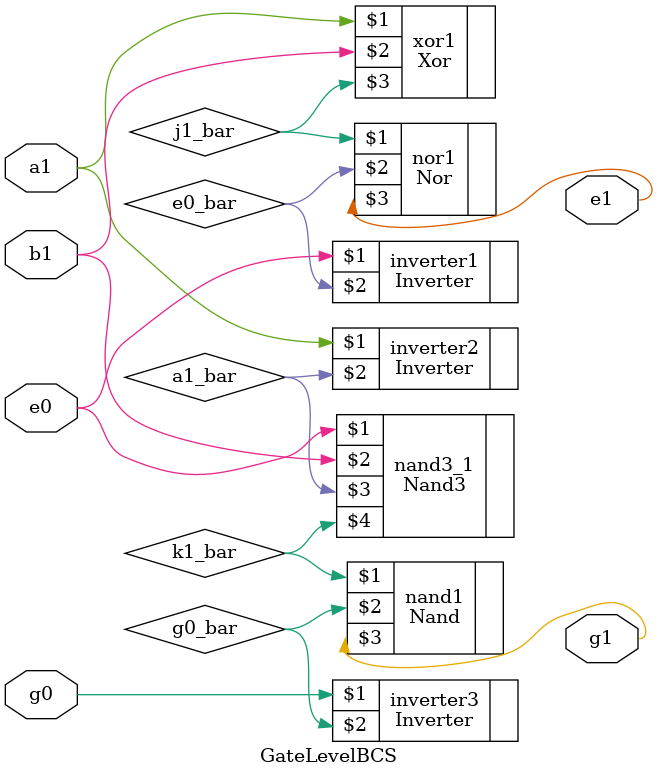
<source format=sv>
`timescale 1ns/1ns

module GateLevelBCS(input a1, b1, e0, g0, output e1, g1);
	wire j1_bar, k1_bar, a1_bar, e0_bar, g0_bar;
	Xor  xor1(a1, b1, j1_bar);
	Inverter inverter1(e0, e0_bar);
	Nor nor1(j1_bar, e0_bar, e1);
	Inverter inverter2(a1, a1_bar);
	Nand3 nand3_1(e0, b1, a1_bar, k1_bar);
	Inverter inverter3(g0, g0_bar);
	Nand nand1(k1_bar, g0_bar, g1);
endmodule

</source>
